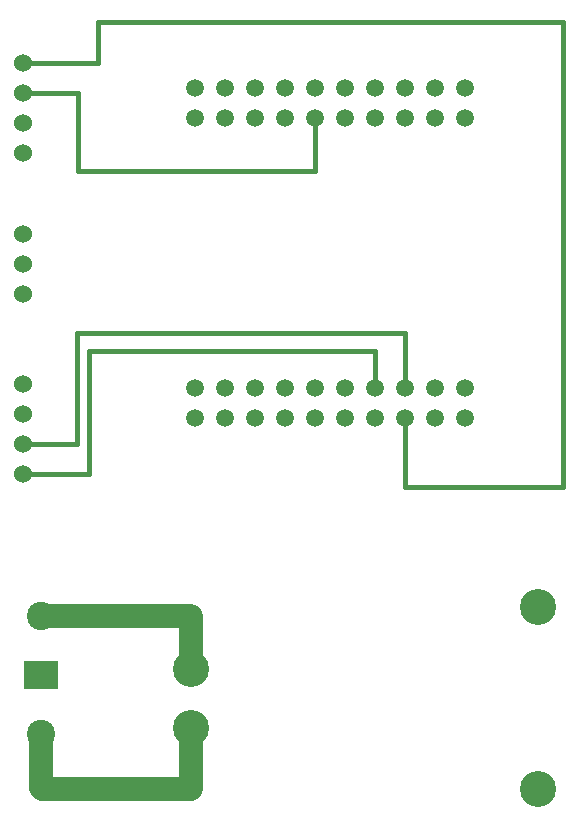
<source format=gtl>
G04 Layer: TopLayer*
G04 EasyEDA v6.5.9, 2022-08-04 20:05:31*
G04 f7d3399ff3ef42be8c4f0a230c2b0d44,4bb84c5f6c124816bf94f4484d05adb3,10*
G04 Gerber Generator version 0.2*
G04 Scale: 100 percent, Rotated: No, Reflected: No *
G04 Dimensions in millimeters *
G04 leading zeros omitted , absolute positions ,4 integer and 5 decimal *
%FSLAX45Y45*%
%MOMM*%

%ADD10C,0.4000*%
%ADD11C,2.0000*%
%ADD12C,0.1000*%
%ADD13R,3.0000X2.4000*%
%ADD14C,2.4000*%
%ADD15C,1.5080*%
%ADD16C,3.0480*%
%ADD17C,3.0500*%
%ADD18C,1.5240*%

%LPD*%
D10*
X4241800Y6946900D02*
G01*
X4241800Y6362700D01*
X5575300Y6362700D01*
X5575300Y10299700D01*
X1638300Y10299700D01*
X1638300Y9956800D01*
X1003300Y9956800D01*
X3479800Y9486900D02*
G01*
X3479800Y9042400D01*
X1473200Y9042400D01*
X1473200Y9702800D01*
X1003300Y9702800D01*
D11*
X2426208Y4825745D02*
G01*
X2425700Y5270500D01*
X2417521Y5274513D01*
X1161313Y5274513D01*
D10*
X4241800Y7200900D02*
G01*
X4241800Y7670800D01*
X1460500Y7670800D01*
X1460500Y6731000D01*
X1003300Y6731000D01*
X1003300Y6477000D02*
G01*
X1566471Y6477000D01*
X1566471Y7518400D01*
X3987800Y7518400D01*
X3987800Y7200900D01*
D11*
X2426208Y4325873D02*
G01*
X2426208Y3810000D01*
X1168400Y3810000D01*
X1161313Y3815613D01*
X1161313Y4274489D01*
D12*
G01*
X1003300Y10210800D03*
D13*
G01*
X1161313Y4774488D03*
D14*
G01*
X1161313Y5274513D03*
G01*
X1161313Y4274489D03*
D15*
G01*
X2463800Y9740900D03*
G01*
X2463800Y9486900D03*
G01*
X2717800Y9740900D03*
G01*
X2717800Y9486900D03*
G01*
X2971800Y9740900D03*
G01*
X2971800Y9486900D03*
G01*
X3225800Y9740900D03*
G01*
X3225800Y9486900D03*
G01*
X3479800Y9740900D03*
G01*
X3479800Y9486900D03*
G01*
X3733800Y9740900D03*
G01*
X3733800Y9486900D03*
G01*
X3987800Y9740900D03*
G01*
X3987800Y9486900D03*
G01*
X4241800Y9740900D03*
G01*
X4241800Y9486900D03*
G01*
X4495800Y9740900D03*
G01*
X4495800Y9486900D03*
G01*
X4749800Y9740900D03*
G01*
X4749800Y9486900D03*
G01*
X2463800Y6946900D03*
G01*
X2463800Y7200900D03*
G01*
X2717800Y7200900D03*
G01*
X2971800Y7200900D03*
G01*
X3225800Y7200900D03*
G01*
X3479800Y7200900D03*
G01*
X3733800Y7200900D03*
G01*
X3987800Y7200900D03*
G01*
X4241800Y7200900D03*
G01*
X4495800Y7200900D03*
G01*
X4749800Y7200900D03*
G01*
X4749800Y6946900D03*
G01*
X4495800Y6946900D03*
G01*
X4241800Y6946900D03*
G01*
X3987800Y6946900D03*
G01*
X3733800Y6946900D03*
G01*
X3479800Y6946900D03*
G01*
X3225800Y6946900D03*
G01*
X2971800Y6946900D03*
G01*
X2717800Y6946900D03*
D16*
G01*
X5366258Y5345937D03*
G01*
X5366258Y3805936D03*
G01*
X2426208Y4825745D03*
D17*
G01*
X2426208Y4325873D03*
D18*
G01*
X1003300Y8509000D03*
G01*
X1003300Y8255000D03*
G01*
X1003300Y8001000D03*
G01*
X1003300Y9956800D03*
G01*
X1003300Y9702800D03*
G01*
X1003300Y9448800D03*
G01*
X1003300Y9194800D03*
G01*
X1003300Y7239000D03*
G01*
X1003300Y6985000D03*
G01*
X1003300Y6731000D03*
G01*
X1003300Y6477000D03*
M02*

</source>
